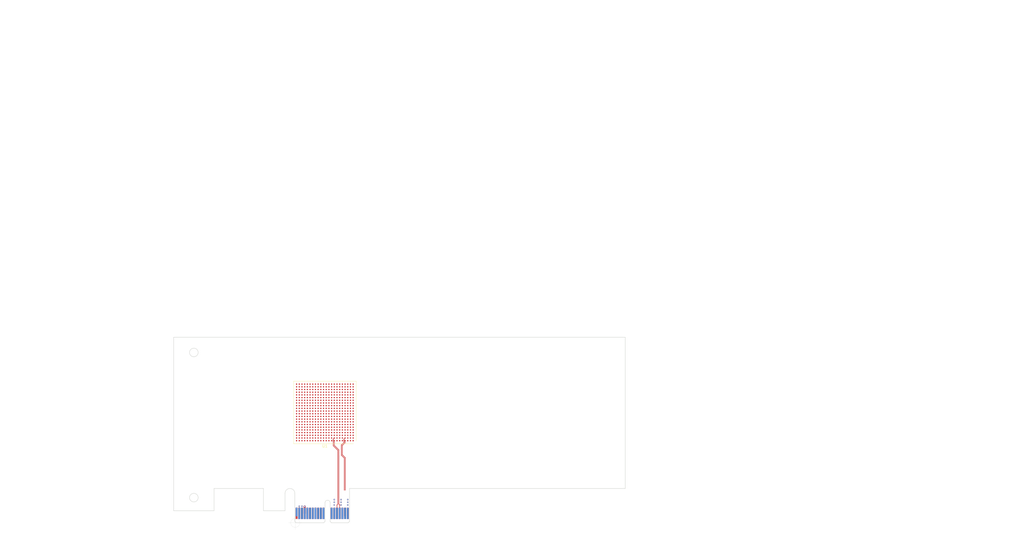
<source format=kicad_pcb>
(kicad_pcb (version 20221018) (generator pcbnew)
  (title_block (title "PCIexpress_x16_full") (company "Author: Luca Anastasio"))
  (layers (0 "F.Cu" power) (1 "In1.Cu" power) (2 "In2.Cu" power) (31 "B.Cu" power) (34 "B.Paste" user) (35 "F.Paste" user) (36 "B.SilkS" user "B.Silkscreen") (37 "F.SilkS" user "F.Silkscreen") (38 "B.Mask" user) (39 "F.Mask" user) (44 "Edge.Cuts" user))
  (net 0 "")
  (net 1 "GND")
  (net 2 "+12V")
  (net 3 "+3V3")
  (net 4 "+3.3VA")
  (net 6 "/per0_N")
  (net 7 "/per0_P")
  (net 17 "/pet0_N")
  (net 18 "/pet0_P")
  (net 26 "/pre_per0_N")
  (net 77 "/pre_per0_P")
  (footprint "PCIexpress:PCIexpress_bracket_low" (layer "F.Cu") (at 109.625 194.125)
    (fp_text reference "J1" hide)
    (fp_text value "PCIexpress_bracket")
  )
  (footprint "pedrolib:PCIexpress_bracket_low" (layer "F.Cu") (at 109.625 194.125)
    (fp_text reference "J2" hide)
    (fp_text value "PCIexpress_bracket")
  )
  (footprint "PCIexpress:PCIexpress_x1" (layer "F.Cu") (at 109.625 194.125)
    (fp_text reference "J1" hide)
    (fp_text value "PCIexpress_x1")
  )
  (footprint "Package_BGA:Xilinx_FGG484" (layer "F.Cu") (at 120.625 153.125 180)
    (fp_text reference "U1")
    (fp_text value "XC7A50T-FGG484")
  )
  (footprint "pedrolib:PCIexpress_bracket_low" (layer "F.Cu") (at 58.94 69.03)
    (fp_text reference "J3" hide)
    (fp_text value "PCIexpress_bracket")
  )
  (gr_line (start 79.475 181.375) (end 97.825 181.375) (stroke (width 0.15)) (layer "Edge.Cuts"))
  (gr_circle (center 71.975 130.875) (end 73.575 130.875) (stroke (width 0.15)) (fill none) (layer "Edge.Cuts"))
  (gr_line (start 120.175 194.125) (end 120.675 193.625) (stroke (width 0.15)) (layer "Edge.Cuts"))
  (gr_line (start 129.775 193.625) (end 129.275 194.125) (stroke (width 0.15)) (layer "Edge.Cuts"))
  (gr_line (start 122.575 186.675) (end 122.575 193.625) (stroke (width 0.15)) (layer "Edge.Cuts"))
  (gr_line (start 79.475 189.625) (end 79.475 181.375) (stroke (width 0.15)) (layer "Edge.Cuts"))
  (gr_line (start 97.825 189.625) (end 105.825 189.625) (stroke (width 0.15)) (layer "Edge.Cuts"))
  (gr_line (start 232.125 181.375) (end 129.775 181.375) (stroke (width 0.15)) (layer "Edge.Cuts"))
  (gr_line (start 64.475 125.225) (end 64.475 189.625) (stroke (width 0.15)) (layer "Edge.Cuts"))
  (gr_line (start 64.475 189.625) (end 79.475 189.625) (stroke (width 0.15)) (layer "Edge.Cuts"))
  (gr_line (start 122.575 193.625) (end 123.075 194.125) (stroke (width 0.15)) (layer "Edge.Cuts"))
  (gr_arc (start 105.825 183.2) (mid 107.65 181.375) (end 109.475 183.2) (stroke (width 0.15)) (layer "Edge.Cuts"))
  (gr_line (start 109.475 193.625) (end 109.975 194.125) (stroke (width 0.15)) (layer "Edge.Cuts"))
  (gr_line (start 109.475 183.2) (end 109.475 193.625) (stroke (width 0.15)) (layer "Edge.Cuts"))
  (gr_circle (center 71.975 184.775) (end 73.575 184.775) (stroke (width 0.15)) (fill none) (layer "Edge.Cuts"))
  (gr_line (start 232.125 181.375) (end 232.125 125.225) (stroke (width 0.15)) (layer "Edge.Cuts"))
  (gr_line (start 105.825 189.625) (end 105.825 183.2) (stroke (width 0.15)) (layer "Edge.Cuts"))
  (gr_line (start 129.775 181.375) (end 129.775 193.625) (stroke (width 0.15)) (layer "Edge.Cuts"))
  (gr_arc (start 120.675 186.675) (mid 121.625 185.725) (end 122.575 186.675) (stroke (width 0.15)) (layer "Edge.Cuts"))
  (gr_line (start 109.975 194.125) (end 120.175 194.125) (stroke (width 0.15)) (layer "Edge.Cuts"))
  (gr_line (start 129.275 194.125) (end 123.075 194.125) (stroke (width 0.15)) (layer "Edge.Cuts"))
  (gr_line (start 97.825 181.375) (end 97.825 189.625) (stroke (width 0.15)) (layer "Edge.Cuts"))
  (gr_line (start 120.675 193.625) (end 120.675 186.675) (stroke (width 0.15)) (layer "Edge.Cuts"))
  (gr_line (start 232.125 125.225) (end 64.475 125.225) (stroke (width 0.15)) (layer "Edge.Cuts"))
  (target plus (at 109.625 194.125) (size 5) (width 0.05) (layer "Edge.Cuts"))
  (segment (start 113.125 188.125) (end 113.125 188.125) (width 0.7) (layer "F.Cu") (net 1))
  (segment (start 113.125 190.625) (end 113.125 188) (width 0.7) (layer "F.Cu") (net 1))
  (via (at 124.125 185.5) (size 0.55) (drill 0.3) (layers "F.Cu" "B.Cu") (net 1))
  (via (at 129.125 185.5) (size 0.55) (drill 0.3) (layers "F.Cu" "B.Cu") (net 1))
  (via (at 126.625 185.5) (size 0.55) (drill 0.3) (layers "F.Cu" "B.Cu") (net 1))
  (via (at 124.125 187.5) (size 0.55) (drill 0.3) (layers "F.Cu" "B.Cu") (net 1))
  (via (at 126.625 186.5) (size 0.55) (drill 0.3) (layers "F.Cu" "B.Cu") (net 1))
  (via (at 113.125 188) (size 0.55) (drill 0.3) (layers "F.Cu" "B.Cu") (net 1))
  (via (at 129.125 186.5) (size 0.55) (drill 0.3) (layers "F.Cu" "B.Cu") (net 1))
  (via (at 126.625 187.5) (size 0.55) (drill 0.3) (layers "F.Cu" "B.Cu") (net 1))
  (via (at 129.125 187.5) (size 0.55) (drill 0.3) (layers "F.Cu" "B.Cu") (net 1))
  (via (at 124.125 186.5) (size 0.55) (drill 0.3) (layers "F.Cu" "B.Cu") (net 1))
  (segment (start 111.125 190.625) (end 111.125 188) (width 0.0889) (layer "F.Cu") (net 2))
  (via (at 112.125 188) (size 0.55) (drill 0.3) (layers "F.Cu" "B.Cu") (net 2))
  (via (at 111.125 188) (size 0.55) (drill 0.3) (layers "F.Cu" "B.Cu") (net 2))
  (segment (start 126.125 190.625) (end 126.125 187.474999) (width 0.2) (layer "F.Cu") (net 17))
  (segment (start 125.825 187.174999) (end 125.825 167.042156) (width 0.2) (layer "F.Cu") (net 17))
  (segment (start 126.125 187.474999) (end 125.825 187.174999) (width 0.2) (layer "F.Cu") (net 17))
  (segment (start 124.125 165.342156) (end 124.125 163.625) (width 0.2) (layer "F.Cu") (net 17))
  (segment (start 125.825 167.042156) (end 124.125 165.342156) (width 0.2) (layer "F.Cu") (net 17))
  (segment (start 123.6861 163.806799) (end 123.6861 163.443201) (width 0.2) (layer "F.Cu") (net 18))
  (segment (start 123.6861 163.443201) (end 123.725 163.404301) (width 0.2) (layer "F.Cu") (net 18))
  (segment (start 123.725 163.404301) (end 123.725 163.025) (width 0.2) (layer "F.Cu") (net 18))
  (segment (start 123.725 165.507844) (end 123.725 163.845699) (width 0.2) (layer "F.Cu") (net 18))
  (segment (start 123.725 163.025) (end 124.125 162.625) (width 0.2) (layer "F.Cu") (net 18))
  (segment (start 125.425 187.174999) (end 125.425 167.207844) (width 0.2) (layer "F.Cu") (net 18))
  (segment (start 125.425 167.207844) (end 123.725 165.507844) (width 0.2) (layer "F.Cu") (net 18))
  (segment (start 123.725 163.845699) (end 123.6861 163.806799) (width 0.2) (layer "F.Cu") (net 18))
  (segment (start 125.125 190.625) (end 125.125 187.474999) (width 0.2) (layer "F.Cu") (net 18))
  (segment (start 125.125 187.474999) (end 125.425 187.174999) (width 0.2) (layer "F.Cu") (net 18))
  (segment (start 128.125 163.625) (end 128.125 164.407844) (width 0.2) (layer "F.Cu") (net 26))
  (segment (start 127.125 168.842156) (end 128.225 169.942156) (width 0.2) (layer "F.Cu") (net 26))
  (segment (start 128.225 169.942156) (end 128.225 182.025) (width 0.2) (layer "F.Cu") (net 26))
  (segment (start 128.125 164.407844) (end 127.125 165.407844) (width 0.2) (layer "F.Cu") (net 26))
  (segment (start 127.125 165.407844) (end 127.125 168.842156) (width 0.2) (layer "F.Cu") (net 26))
  (segment (start 127.825 170.107844) (end 127.825 182.025) (width 0.2) (layer "F.Cu") (net 77))
  (segment (start 127.6861 163.806799) (end 127.725 163.845699) (width 0.2) (layer "F.Cu") (net 77))
  (segment (start 127.725 163.025) (end 127.725 163.404301) (width 0.2) (layer "F.Cu") (net 77))
  (segment (start 127.6861 163.443201) (end 127.6861 163.806799) (width 0.2) (layer "F.Cu") (net 77))
  (segment (start 127.725 164.242156) (end 126.725 165.242156) (width 0.2) (layer "F.Cu") (net 77))
  (segment (start 127.725 163.845699) (end 127.725 164.242156) (width 0.2) (layer "F.Cu") (net 77))
  (segment (start 126.725 165.242156) (end 126.725 169.007844) (width 0.2) (layer "F.Cu") (net 77))
  (segment (start 128.125 162.625) (end 127.725 163.025) (width 0.2) (layer "F.Cu") (net 77))
  (segment (start 127.725 163.404301) (end 127.6861 163.443201) (width 0.2) (layer "F.Cu") (net 77))
  (segment (start 126.725 169.007844) (end 127.825 170.107844) (width 0.2) (layer "F.Cu") (net 77))
)
</source>
